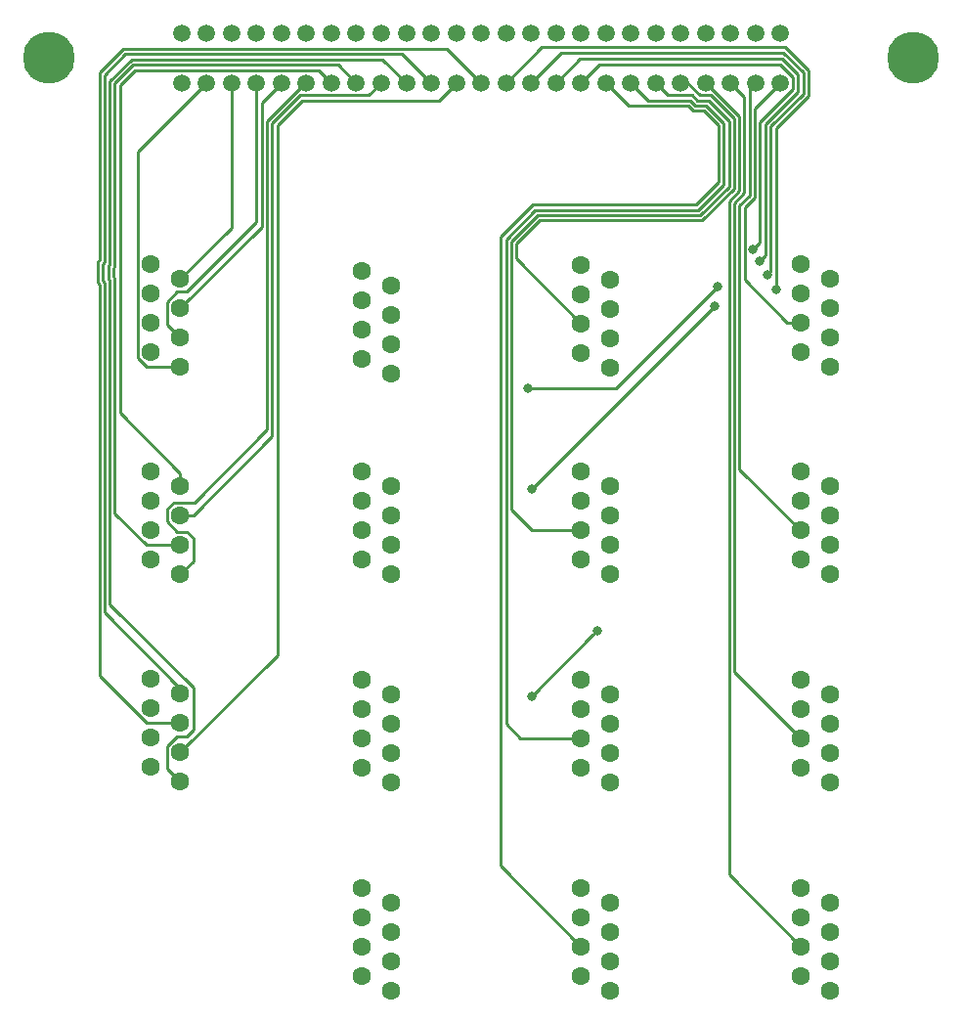
<source format=gbl>
%TF.GenerationSoftware,KiCad,Pcbnew,(6.0.11)*%
%TF.CreationDate,2024-04-14T00:07:34+01:00*%
%TF.ProjectId,RJ21_RJ45_PRIMARY_BREAKOUT,524a3231-5f52-44a3-9435-5f5052494d41,rev?*%
%TF.SameCoordinates,Original*%
%TF.FileFunction,Copper,L2,Bot*%
%TF.FilePolarity,Positive*%
%FSLAX46Y46*%
G04 Gerber Fmt 4.6, Leading zero omitted, Abs format (unit mm)*
G04 Created by KiCad (PCBNEW (6.0.11)) date 2024-04-14 00:07:34*
%MOMM*%
%LPD*%
G01*
G04 APERTURE LIST*
%TA.AperFunction,ComponentPad*%
%ADD10C,4.500000*%
%TD*%
%TA.AperFunction,ComponentPad*%
%ADD11C,1.500000*%
%TD*%
%TA.AperFunction,ComponentPad*%
%ADD12C,1.600000*%
%TD*%
%TA.AperFunction,ViaPad*%
%ADD13C,0.800000*%
%TD*%
%TA.AperFunction,Conductor*%
%ADD14C,0.250000*%
%TD*%
G04 APERTURE END LIST*
D10*
%TO.P,J17,*%
%TO.N,*%
X121514994Y-60954995D03*
X196364994Y-60954995D03*
D11*
%TO.P,J17,1,Pin_1*%
%TO.N,/L1-*%
X184860036Y-63100000D03*
%TO.P,J17,2,Pin_2*%
%TO.N,/L2-*%
X182700032Y-63100000D03*
%TO.P,J17,3,Pin_3*%
%TO.N,/L3-*%
X180540029Y-63100000D03*
%TO.P,J17,4,Pin_4*%
%TO.N,/L4-*%
X178380033Y-63100000D03*
%TO.P,J17,5,Pin_5*%
%TO.N,/L5-*%
X176220029Y-63100000D03*
%TO.P,J17,6,Pin_6*%
%TO.N,/L6-*%
X174060025Y-63100000D03*
%TO.P,J17,7,Pin_7*%
%TO.N,/L7-*%
X171900022Y-63100000D03*
%TO.P,J17,8,Pin_8*%
%TO.N,/L8-*%
X169740018Y-63100000D03*
%TO.P,J17,9,Pin_9*%
%TO.N,/L9-*%
X167580026Y-63100000D03*
%TO.P,J17,10,Pin_10*%
%TO.N,/L10-*%
X165420015Y-63100000D03*
%TO.P,J17,11,Pin_11*%
%TO.N,/L11-*%
X163260019Y-63100000D03*
%TO.P,J17,12,Pin_12*%
%TO.N,/L12-*%
X161100000Y-63100000D03*
%TO.P,J17,13,Pin_13*%
%TO.N,/L13-*%
X158939996Y-63100000D03*
%TO.P,J17,14,Pin_14*%
%TO.N,/L14-*%
X156779992Y-63100000D03*
%TO.P,J17,15,Pin_15*%
%TO.N,/L15-*%
X154619989Y-63100000D03*
%TO.P,J17,16,Pin_16*%
%TO.N,/L16-*%
X152459985Y-63100000D03*
%TO.P,J17,17,Pin_17*%
%TO.N,/L17-*%
X150299981Y-63100000D03*
%TO.P,J17,18,Pin_18*%
%TO.N,/L18-*%
X148139978Y-63100000D03*
%TO.P,J17,19,Pin_19*%
%TO.N,/L19-*%
X145979974Y-63100000D03*
%TO.P,J17,20,Pin_20*%
%TO.N,/L20-*%
X143819970Y-63100000D03*
%TO.P,J17,21,Pin_21*%
%TO.N,/L21-*%
X141659963Y-63100000D03*
%TO.P,J17,22,Pin_22*%
%TO.N,/L22-*%
X139499959Y-63100000D03*
%TO.P,J17,23,Pin_23*%
%TO.N,/L23-*%
X137339955Y-63100000D03*
%TO.P,J17,24,Pin_24*%
%TO.N,/L24-*%
X135179952Y-63100000D03*
%TO.P,J17,25,Pin_25*%
%TO.N,unconnected-(J17-Pad25)*%
X133019948Y-63100000D03*
%TO.P,J17,26,Pin_26*%
%TO.N,/L1+*%
X184860036Y-58809999D03*
%TO.P,J17,27,Pin_27*%
%TO.N,/L2+*%
X182700032Y-58809999D03*
%TO.P,J17,28,Pin_28*%
%TO.N,/L3+*%
X180540029Y-58809999D03*
%TO.P,J17,29,Pin_29*%
%TO.N,/L4+*%
X178380033Y-58809999D03*
%TO.P,J17,30,Pin_30*%
%TO.N,/L5+*%
X176220029Y-58809999D03*
%TO.P,J17,31,Pin_31*%
%TO.N,/L6+*%
X174060025Y-58809999D03*
%TO.P,J17,32,Pin_32*%
%TO.N,/L7+*%
X171900022Y-58809999D03*
%TO.P,J17,33,Pin_33*%
%TO.N,/L8+*%
X169740018Y-58809999D03*
%TO.P,J17,34,Pin_34*%
%TO.N,/L9+*%
X167580026Y-58809999D03*
%TO.P,J17,35,Pin_35*%
%TO.N,/L10+*%
X165420015Y-58809999D03*
%TO.P,J17,36,Pin_36*%
%TO.N,/L11+*%
X163260019Y-58809999D03*
%TO.P,J17,37,Pin_37*%
%TO.N,/L12+*%
X161100000Y-58809999D03*
%TO.P,J17,38,Pin_38*%
%TO.N,/L13+*%
X158939996Y-58809999D03*
%TO.P,J17,39,Pin_39*%
%TO.N,/L14+*%
X156779992Y-58809999D03*
%TO.P,J17,40,Pin_40*%
%TO.N,/L15+*%
X154619989Y-58809999D03*
%TO.P,J17,41,Pin_41*%
%TO.N,/L16+*%
X152459985Y-58809999D03*
%TO.P,J17,42,Pin_42*%
%TO.N,/L17+*%
X150299981Y-58809999D03*
%TO.P,J17,43,Pin_43*%
%TO.N,/L18+*%
X148139978Y-58809999D03*
%TO.P,J17,44,Pin_44*%
%TO.N,/L19+*%
X145979974Y-58809999D03*
%TO.P,J17,45,Pin_45*%
%TO.N,/L20+*%
X143819970Y-58809999D03*
%TO.P,J17,46,Pin_46*%
%TO.N,/L21+*%
X141659963Y-58809999D03*
%TO.P,J17,47,Pin_47*%
%TO.N,/L22+*%
X139499959Y-58809999D03*
%TO.P,J17,48,Pin_48*%
%TO.N,/L23+*%
X137339955Y-58809999D03*
%TO.P,J17,49,Pin_49*%
%TO.N,/L24+*%
X135179952Y-58809999D03*
%TO.P,J17,50,Pin_50*%
%TO.N,unconnected-(J17-Pad50)*%
X133019948Y-58809999D03*
%TD*%
D12*
%TO.P,J8,1*%
%TO.N,unconnected-(J8-Pad1)*%
X170150002Y-141660004D03*
%TO.P,J8,2*%
%TO.N,unconnected-(J8-Pad2)*%
X167610009Y-140390007D03*
%TO.P,J8,3*%
%TO.N,unconnected-(J8-Pad3)*%
X170150002Y-139120003D03*
%TO.P,J8,4*%
%TO.N,/L8-*%
X167610009Y-137850006D03*
%TO.P,J8,5*%
%TO.N,/L8+*%
X170150002Y-136580002D03*
%TO.P,J8,6*%
%TO.N,unconnected-(J8-Pad6)*%
X167610009Y-135310005D03*
%TO.P,J8,7*%
%TO.N,unconnected-(J8-Pad7)*%
X170150002Y-134040001D03*
%TO.P,J8,8*%
%TO.N,unconnected-(J8-Pad8)*%
X167610009Y-132770000D03*
%TD*%
%TO.P,J11,1*%
%TO.N,unconnected-(J11-Pad1)*%
X151150002Y-123660004D03*
%TO.P,J11,2*%
%TO.N,unconnected-(J11-Pad2)*%
X148610009Y-122390007D03*
%TO.P,J11,3*%
%TO.N,unconnected-(J11-Pad3)*%
X151150002Y-121120003D03*
%TO.P,J11,4*%
%TO.N,/L11-*%
X148610009Y-119850006D03*
%TO.P,J11,5*%
%TO.N,/L11+*%
X151150002Y-118580002D03*
%TO.P,J11,6*%
%TO.N,unconnected-(J11-Pad6)*%
X148610009Y-117310005D03*
%TO.P,J11,7*%
%TO.N,unconnected-(J11-Pad7)*%
X151150002Y-116040001D03*
%TO.P,J11,8*%
%TO.N,unconnected-(J11-Pad8)*%
X148610009Y-114770000D03*
%TD*%
%TO.P,J5,1*%
%TO.N,unconnected-(J5-Pad1)*%
X170150002Y-87730004D03*
%TO.P,J5,2*%
%TO.N,unconnected-(J5-Pad2)*%
X167610009Y-86460007D03*
%TO.P,J5,3*%
%TO.N,unconnected-(J5-Pad3)*%
X170150002Y-85190003D03*
%TO.P,J5,4*%
%TO.N,/L5-*%
X167610009Y-83920006D03*
%TO.P,J5,5*%
%TO.N,/L5+*%
X170150002Y-82650002D03*
%TO.P,J5,6*%
%TO.N,unconnected-(J5-Pad6)*%
X167610009Y-81380005D03*
%TO.P,J5,7*%
%TO.N,unconnected-(J5-Pad7)*%
X170150002Y-80110001D03*
%TO.P,J5,8*%
%TO.N,unconnected-(J5-Pad8)*%
X167610009Y-78840000D03*
%TD*%
%TO.P,J1,1*%
%TO.N,unconnected-(J1-Pad1)*%
X189150002Y-87660004D03*
%TO.P,J1,2*%
%TO.N,unconnected-(J1-Pad2)*%
X186610009Y-86390007D03*
%TO.P,J1,3*%
%TO.N,unconnected-(J1-Pad3)*%
X189150002Y-85120003D03*
%TO.P,J1,4*%
%TO.N,/L1-*%
X186610009Y-83850006D03*
%TO.P,J1,5*%
%TO.N,/L1+*%
X189150002Y-82580002D03*
%TO.P,J1,6*%
%TO.N,unconnected-(J1-Pad6)*%
X186610009Y-81310005D03*
%TO.P,J1,7*%
%TO.N,unconnected-(J1-Pad7)*%
X189150002Y-80040001D03*
%TO.P,J1,8*%
%TO.N,unconnected-(J1-Pad8)*%
X186610009Y-78770000D03*
%TD*%
%TO.P,J7,1*%
%TO.N,unconnected-(J7-Pad1)*%
X170150002Y-123660004D03*
%TO.P,J7,2*%
%TO.N,unconnected-(J7-Pad2)*%
X167610009Y-122390007D03*
%TO.P,J7,3*%
%TO.N,unconnected-(J7-Pad3)*%
X170150002Y-121120003D03*
%TO.P,J7,4*%
%TO.N,/L7-*%
X167610009Y-119850006D03*
%TO.P,J7,5*%
%TO.N,/L7+*%
X170150002Y-118580002D03*
%TO.P,J7,6*%
%TO.N,unconnected-(J7-Pad6)*%
X167610009Y-117310005D03*
%TO.P,J7,7*%
%TO.N,unconnected-(J7-Pad7)*%
X170150002Y-116040001D03*
%TO.P,J7,8*%
%TO.N,unconnected-(J7-Pad8)*%
X167610009Y-114770000D03*
%TD*%
%TO.P,J4,1*%
%TO.N,unconnected-(J4-Pad1)*%
X189150002Y-141660004D03*
%TO.P,J4,2*%
%TO.N,unconnected-(J4-Pad2)*%
X186610009Y-140390007D03*
%TO.P,J4,3*%
%TO.N,unconnected-(J4-Pad3)*%
X189150002Y-139120003D03*
%TO.P,J4,4*%
%TO.N,/L4-*%
X186610009Y-137850006D03*
%TO.P,J4,5*%
%TO.N,/L4+*%
X189150002Y-136580002D03*
%TO.P,J4,6*%
%TO.N,unconnected-(J4-Pad6)*%
X186610009Y-135310005D03*
%TO.P,J4,7*%
%TO.N,unconnected-(J4-Pad7)*%
X189150002Y-134040001D03*
%TO.P,J4,8*%
%TO.N,unconnected-(J4-Pad8)*%
X186610009Y-132770000D03*
%TD*%
%TO.P,J14,1*%
%TO.N,/L19+*%
X130349998Y-96722698D03*
%TO.P,J14,2*%
%TO.N,/L19-*%
X132889991Y-97992695D03*
%TO.P,J14,3*%
%TO.N,/L18+*%
X130349998Y-99262699D03*
%TO.P,J14,4*%
%TO.N,/L17-*%
X132889991Y-100532696D03*
%TO.P,J14,5*%
%TO.N,/L17+*%
X130349998Y-101802700D03*
%TO.P,J14,6*%
%TO.N,/L18-*%
X132889991Y-103072697D03*
%TO.P,J14,7*%
%TO.N,/L20+*%
X130349998Y-104342701D03*
%TO.P,J14,8*%
%TO.N,/L20-*%
X132889991Y-105612702D03*
%TD*%
%TO.P,J13,1*%
%TO.N,/L15+*%
X130349998Y-114722698D03*
%TO.P,J13,2*%
%TO.N,/L15-*%
X132889991Y-115992695D03*
%TO.P,J13,3*%
%TO.N,/L14+*%
X130349998Y-117262699D03*
%TO.P,J13,4*%
%TO.N,/L13-*%
X132889991Y-118532696D03*
%TO.P,J13,5*%
%TO.N,/L13+*%
X130349998Y-119802700D03*
%TO.P,J13,6*%
%TO.N,/L14-*%
X132889991Y-121072697D03*
%TO.P,J13,7*%
%TO.N,/L16+*%
X130349998Y-122342701D03*
%TO.P,J13,8*%
%TO.N,/L16-*%
X132889991Y-123612702D03*
%TD*%
%TO.P,J10,1*%
%TO.N,unconnected-(J10-Pad1)*%
X151150002Y-105660004D03*
%TO.P,J10,2*%
%TO.N,unconnected-(J10-Pad2)*%
X148610009Y-104390007D03*
%TO.P,J10,3*%
%TO.N,unconnected-(J10-Pad3)*%
X151150002Y-103120003D03*
%TO.P,J10,4*%
%TO.N,/L10-*%
X148610009Y-101850006D03*
%TO.P,J10,5*%
%TO.N,/L10+*%
X151150002Y-100580002D03*
%TO.P,J10,6*%
%TO.N,unconnected-(J10-Pad6)*%
X148610009Y-99310005D03*
%TO.P,J10,7*%
%TO.N,unconnected-(J10-Pad7)*%
X151150002Y-98040001D03*
%TO.P,J10,8*%
%TO.N,unconnected-(J10-Pad8)*%
X148610009Y-96770000D03*
%TD*%
%TO.P,J12,1*%
%TO.N,unconnected-(J12-Pad1)*%
X151150002Y-141660004D03*
%TO.P,J12,2*%
%TO.N,unconnected-(J12-Pad2)*%
X148610009Y-140390007D03*
%TO.P,J12,3*%
%TO.N,unconnected-(J12-Pad3)*%
X151150002Y-139120003D03*
%TO.P,J12,4*%
%TO.N,/L12-*%
X148610009Y-137850006D03*
%TO.P,J12,5*%
%TO.N,/L12+*%
X151150002Y-136580002D03*
%TO.P,J12,6*%
%TO.N,unconnected-(J12-Pad6)*%
X148610009Y-135310005D03*
%TO.P,J12,7*%
%TO.N,unconnected-(J12-Pad7)*%
X151150002Y-134040001D03*
%TO.P,J12,8*%
%TO.N,unconnected-(J12-Pad8)*%
X148610009Y-132770000D03*
%TD*%
%TO.P,J15,1*%
%TO.N,/L23+*%
X130349998Y-78792698D03*
%TO.P,J15,2*%
%TO.N,/L23-*%
X132889991Y-80062695D03*
%TO.P,J15,3*%
%TO.N,/L22+*%
X130349998Y-81332699D03*
%TO.P,J15,4*%
%TO.N,/L21-*%
X132889991Y-82602696D03*
%TO.P,J15,5*%
%TO.N,/L21+*%
X130349998Y-83872700D03*
%TO.P,J15,6*%
%TO.N,/L22-*%
X132889991Y-85142697D03*
%TO.P,J15,7*%
%TO.N,/L24+*%
X130349998Y-86412701D03*
%TO.P,J15,8*%
%TO.N,/L24-*%
X132889991Y-87682702D03*
%TD*%
%TO.P,J9,1*%
%TO.N,unconnected-(J9-Pad1)*%
X151150002Y-88288653D03*
%TO.P,J9,2*%
%TO.N,unconnected-(J9-Pad2)*%
X148610009Y-87018656D03*
%TO.P,J9,3*%
%TO.N,unconnected-(J9-Pad3)*%
X151150002Y-85748652D03*
%TO.P,J9,4*%
%TO.N,/L9-*%
X148610009Y-84478655D03*
%TO.P,J9,5*%
%TO.N,/L9+*%
X151150002Y-83208651D03*
%TO.P,J9,6*%
%TO.N,unconnected-(J9-Pad6)*%
X148610009Y-81938654D03*
%TO.P,J9,7*%
%TO.N,unconnected-(J9-Pad7)*%
X151150002Y-80668650D03*
%TO.P,J9,8*%
%TO.N,unconnected-(J9-Pad8)*%
X148610009Y-79398649D03*
%TD*%
%TO.P,J2,1*%
%TO.N,unconnected-(J2-Pad1)*%
X189150002Y-105660004D03*
%TO.P,J2,2*%
%TO.N,unconnected-(J2-Pad2)*%
X186610009Y-104390007D03*
%TO.P,J2,3*%
%TO.N,unconnected-(J2-Pad3)*%
X189150002Y-103120003D03*
%TO.P,J2,4*%
%TO.N,/L2-*%
X186610009Y-101850006D03*
%TO.P,J2,5*%
%TO.N,/L2+*%
X189150002Y-100580002D03*
%TO.P,J2,6*%
%TO.N,unconnected-(J2-Pad6)*%
X186610009Y-99310005D03*
%TO.P,J2,7*%
%TO.N,unconnected-(J2-Pad7)*%
X189150002Y-98040001D03*
%TO.P,J2,8*%
%TO.N,unconnected-(J2-Pad8)*%
X186610009Y-96770000D03*
%TD*%
%TO.P,J6,1*%
%TO.N,unconnected-(J6-Pad1)*%
X170150002Y-105660004D03*
%TO.P,J6,2*%
%TO.N,unconnected-(J6-Pad2)*%
X167610009Y-104390007D03*
%TO.P,J6,3*%
%TO.N,unconnected-(J6-Pad3)*%
X170150002Y-103120003D03*
%TO.P,J6,4*%
%TO.N,/L6-*%
X167610009Y-101850006D03*
%TO.P,J6,5*%
%TO.N,/L6+*%
X170150002Y-100580002D03*
%TO.P,J6,6*%
%TO.N,unconnected-(J6-Pad6)*%
X167610009Y-99310005D03*
%TO.P,J6,7*%
%TO.N,unconnected-(J6-Pad7)*%
X170150002Y-98040001D03*
%TO.P,J6,8*%
%TO.N,unconnected-(J6-Pad8)*%
X167610009Y-96770000D03*
%TD*%
%TO.P,J3,1*%
%TO.N,unconnected-(J3-Pad1)*%
X189150002Y-123660004D03*
%TO.P,J3,2*%
%TO.N,unconnected-(J3-Pad2)*%
X186610009Y-122390007D03*
%TO.P,J3,3*%
%TO.N,unconnected-(J3-Pad3)*%
X189150002Y-121120003D03*
%TO.P,J3,4*%
%TO.N,/L3-*%
X186610009Y-119850006D03*
%TO.P,J3,5*%
%TO.N,/L3+*%
X189150002Y-118580002D03*
%TO.P,J3,6*%
%TO.N,unconnected-(J3-Pad6)*%
X186610009Y-117310005D03*
%TO.P,J3,7*%
%TO.N,unconnected-(J3-Pad7)*%
X189150002Y-116040001D03*
%TO.P,J3,8*%
%TO.N,unconnected-(J3-Pad8)*%
X186610009Y-114770000D03*
%TD*%
D13*
%TO.N,/L9-*%
X179399990Y-80700000D03*
X182500000Y-77500000D03*
X163000000Y-89500000D03*
%TO.N,/L10-*%
X183049988Y-78558871D03*
X163300000Y-98300000D03*
X179199996Y-82400000D03*
%TO.N,/L11-*%
X163300002Y-116200000D03*
X183774990Y-79707115D03*
X169000000Y-110500000D03*
%TO.N,/L12-*%
X184500000Y-81000000D03*
%TD*%
D14*
%TO.N,/L1-*%
X184860036Y-63100000D02*
X182650077Y-65309959D01*
X182650077Y-65309959D02*
X182650077Y-73004800D01*
X181774998Y-73879879D02*
X181774998Y-80146365D01*
X181774998Y-80146365D02*
X185478639Y-83850006D01*
X182650077Y-73004800D02*
X181774998Y-73879879D01*
X185478639Y-83850006D02*
X186610009Y-83850006D01*
%TO.N,/L2-*%
X181324987Y-96564984D02*
X186610009Y-101850006D01*
X182200066Y-72818400D02*
X181324987Y-73693479D01*
X181324987Y-73693479D02*
X181324987Y-96564984D01*
X182700032Y-63100000D02*
X182200066Y-63599966D01*
X182200066Y-63599966D02*
X182200066Y-72818400D01*
%TO.N,/L3-*%
X181750055Y-72632000D02*
X180874976Y-73507079D01*
X186610009Y-119850006D02*
X180874976Y-114114973D01*
X180874976Y-73507079D02*
X180874976Y-114114973D01*
X180540029Y-63100000D02*
X181750055Y-64310026D01*
X181750055Y-64310026D02*
X181750055Y-72632000D01*
%TO.N,/L4-*%
X180400044Y-73345600D02*
X180400044Y-131640041D01*
X180400044Y-131640041D02*
X186610009Y-137850006D01*
X181300044Y-72445600D02*
X180400044Y-73345600D01*
X178380033Y-63100000D02*
X181300044Y-66020011D01*
X181300044Y-66020011D02*
X181300044Y-72445600D01*
%TO.N,/L5-*%
X177864032Y-64175001D02*
X178818626Y-64175001D01*
X176220029Y-63100000D02*
X176789031Y-63100000D01*
X164000000Y-75000000D02*
X162000002Y-76999998D01*
X178818626Y-64175001D02*
X180850033Y-66206408D01*
X162000002Y-78309999D02*
X167610009Y-83920006D01*
X178109233Y-75000000D02*
X164000000Y-75000000D01*
X180850033Y-66206408D02*
X180850033Y-72259200D01*
X162000002Y-76999998D02*
X162000002Y-78309999D01*
X180850033Y-72259200D02*
X178109233Y-75000000D01*
X176789031Y-63100000D02*
X177864032Y-64175001D01*
%TO.N,/L6-*%
X177677632Y-64625012D02*
X178632226Y-64625012D01*
X180400022Y-72072800D02*
X177922833Y-74549989D01*
X180400022Y-66392808D02*
X180400022Y-72072800D01*
X177227626Y-64175005D02*
X177677632Y-64625012D01*
X161549991Y-100049991D02*
X163350006Y-101850006D01*
X163813600Y-74549989D02*
X161549991Y-76813598D01*
X177922833Y-74549989D02*
X163813600Y-74549989D01*
X161549991Y-76813598D02*
X161549991Y-100049991D01*
X178632226Y-64625012D02*
X180400022Y-66392808D01*
X163350006Y-101850006D02*
X167610009Y-101850006D01*
X174060025Y-63100000D02*
X175135030Y-64175005D01*
X175135030Y-64175005D02*
X177227626Y-64175005D01*
%TO.N,/L7-*%
X161099980Y-76627198D02*
X161099980Y-118599980D01*
X179950011Y-71886400D02*
X177736433Y-74099978D01*
X162350006Y-119850006D02*
X167610009Y-119850006D01*
X178445826Y-65075023D02*
X179950011Y-66579208D01*
X177041226Y-64625016D02*
X177491232Y-65075023D01*
X179950011Y-66579208D02*
X179950011Y-71886400D01*
X163627200Y-74099978D02*
X161099980Y-76627198D01*
X171900022Y-63100000D02*
X173425038Y-64625016D01*
X177736433Y-74099978D02*
X163627200Y-74099978D01*
X177491232Y-65075023D02*
X178445826Y-65075023D01*
X173425038Y-64625016D02*
X177041226Y-64625016D01*
X161099980Y-118599980D02*
X162350006Y-119850006D01*
%TO.N,/L8-*%
X169740018Y-63100000D02*
X171715045Y-65075027D01*
X178225035Y-65525034D02*
X179500000Y-66800000D01*
X179500000Y-71700000D02*
X177550033Y-73649967D01*
X179500000Y-66800000D02*
X179500000Y-71700000D01*
X177550033Y-73649967D02*
X163440800Y-73649967D01*
X160649969Y-76440798D02*
X160649969Y-130889966D01*
X177304832Y-65525034D02*
X178225035Y-65525034D01*
X171715045Y-65075027D02*
X176854826Y-65075027D01*
X160649969Y-130889966D02*
X167610009Y-137850006D01*
X163440800Y-73649967D02*
X160649969Y-76440798D01*
X176854826Y-65075027D02*
X177304832Y-65525034D01*
%TO.N,/L9-*%
X185935037Y-63646671D02*
X183100088Y-66481620D01*
X183100088Y-76899912D02*
X182500000Y-77500000D01*
X169180026Y-61500000D02*
X184851038Y-61500000D01*
X170599990Y-89500000D02*
X179399990Y-80700000D01*
X185935037Y-62583999D02*
X185935037Y-63646671D01*
X184851038Y-61500000D02*
X185935037Y-62583999D01*
X183100088Y-66481620D02*
X183100088Y-76899912D01*
X163000000Y-89500000D02*
X170599990Y-89500000D01*
X167580026Y-63100000D02*
X169180026Y-61500000D01*
%TO.N,/L10-*%
X186385042Y-62397596D02*
X186385042Y-63842138D01*
X184987446Y-61000000D02*
X186385042Y-62397596D01*
X179199996Y-82400000D02*
X163300000Y-98299996D01*
X167520015Y-61000000D02*
X184987446Y-61000000D01*
X183550099Y-78058760D02*
X183049988Y-78558871D01*
X186385042Y-63842138D02*
X183550099Y-66677081D01*
X165420015Y-63100000D02*
X167520015Y-61000000D01*
X183550099Y-66677081D02*
X183550099Y-78058760D01*
X163300000Y-98299996D02*
X163300000Y-98300000D01*
%TO.N,/L11-*%
X168600001Y-110900001D02*
X163300002Y-116200000D01*
X184000110Y-79481995D02*
X183774990Y-79707115D01*
X163260019Y-63100000D02*
X165860019Y-60500000D01*
X169000000Y-110500000D02*
X168600001Y-110900001D01*
X186835053Y-62211195D02*
X186835053Y-64028538D01*
X184000110Y-66863481D02*
X184000110Y-79481995D01*
X185123858Y-60500000D02*
X186835053Y-62211195D01*
X186835053Y-64028538D02*
X184000110Y-66863481D01*
X165860019Y-60500000D02*
X185123858Y-60500000D01*
%TO.N,/L12-*%
X168000000Y-60000000D02*
X170500000Y-60000000D01*
X187285064Y-62024802D02*
X187285064Y-64214936D01*
X187285064Y-64214936D02*
X184500000Y-67000000D01*
X170500000Y-60000000D02*
X185260270Y-60000000D01*
X184500000Y-67000000D02*
X184500000Y-81000000D01*
X185260270Y-60000000D02*
X187285064Y-62024802D01*
X164200000Y-60000000D02*
X168000000Y-60000000D01*
X161100000Y-63100000D02*
X164200000Y-60000000D01*
%TO.N,/L16-*%
X128677189Y-61049989D02*
X126775023Y-62952155D01*
X133429992Y-119657697D02*
X132639989Y-119657697D01*
X126775023Y-108212725D02*
X134014992Y-115452694D01*
X152459985Y-63100000D02*
X150409974Y-61049989D01*
X126649969Y-80059201D02*
X126775023Y-80184255D01*
X131764990Y-122487701D02*
X132889991Y-123612702D01*
X126775023Y-62952155D02*
X126775023Y-78815745D01*
X150409974Y-61049989D02*
X128677189Y-61049989D01*
X134014992Y-115452694D02*
X134014992Y-119072697D01*
X126649969Y-78940799D02*
X126649969Y-80059201D01*
X131764990Y-120532696D02*
X131764990Y-122487701D01*
X134014992Y-119072697D02*
X133429992Y-119657697D01*
X126775023Y-78815745D02*
X126649969Y-78940799D01*
X132639989Y-119657697D02*
X131764990Y-120532696D01*
X126775023Y-80184255D02*
X126775023Y-108212725D01*
%TO.N,/L14-*%
X143474988Y-64625012D02*
X141300003Y-66799997D01*
X155254980Y-64625012D02*
X143474988Y-64625012D01*
X141300003Y-112662685D02*
X132889991Y-121072697D01*
X141300003Y-66799997D02*
X141300003Y-112662685D01*
X156779992Y-63100000D02*
X155254980Y-64625012D01*
%TO.N,/L13-*%
X127940800Y-60149967D02*
X125875001Y-62215766D01*
X125875001Y-114452704D02*
X129954993Y-118532696D01*
X125875001Y-80557055D02*
X125875001Y-114452704D01*
X125875001Y-78442945D02*
X125749947Y-78567999D01*
X125749947Y-78567999D02*
X125749947Y-80432001D01*
X158939996Y-63100000D02*
X155989963Y-60149967D01*
X125875001Y-62215766D02*
X125875001Y-78442945D01*
X129954993Y-118532696D02*
X132889991Y-118532696D01*
X155989963Y-60149967D02*
X127940800Y-60149967D01*
X125749947Y-80432001D02*
X125875001Y-80557055D01*
%TO.N,/L15-*%
X128127200Y-60599978D02*
X126325012Y-62402166D01*
X126325012Y-108961422D02*
X132889991Y-115526401D01*
X152119967Y-60599978D02*
X128127200Y-60599978D01*
X132889991Y-115526401D02*
X132889991Y-115992695D01*
X154619989Y-63100000D02*
X152119967Y-60599978D01*
X126325012Y-78629345D02*
X126199958Y-78754399D01*
X126325012Y-62402166D02*
X126325012Y-78629345D01*
X126325012Y-80370655D02*
X126325012Y-108961422D01*
X126199958Y-80245601D02*
X126325012Y-80370655D01*
X126199958Y-78754399D02*
X126199958Y-80245601D01*
%TO.N,/L19-*%
X144879974Y-62000000D02*
X129000000Y-62000000D01*
X127675045Y-91646379D02*
X132889991Y-96861325D01*
X129000000Y-62000000D02*
X127675045Y-63324955D01*
X132889991Y-96861325D02*
X132889991Y-97992695D01*
X127675045Y-63324955D02*
X127675045Y-91646379D01*
X145979974Y-63100000D02*
X144879974Y-62000000D01*
%TO.N,/L17-*%
X134021361Y-100532696D02*
X132889991Y-100532696D01*
X150299981Y-63100000D02*
X149224980Y-64175001D01*
X140849992Y-66613597D02*
X140849992Y-93704065D01*
X149224980Y-64175001D02*
X143288588Y-64175001D01*
X140849992Y-93704065D02*
X134021361Y-100532696D01*
X143288588Y-64175001D02*
X140849992Y-66613597D01*
%TO.N,/L18-*%
X127225034Y-79002145D02*
X127099980Y-79127199D01*
X127099980Y-79872801D02*
X127225034Y-79997855D01*
X127225034Y-79997855D02*
X127225034Y-100342738D01*
X148139978Y-63100000D02*
X146589967Y-61549989D01*
X127225034Y-100342738D02*
X129954993Y-103072697D01*
X129954993Y-103072697D02*
X132889991Y-103072697D01*
X127225034Y-63138555D02*
X127225034Y-79002145D01*
X127099980Y-79127199D02*
X127099980Y-79872801D01*
X128813600Y-61549989D02*
X127225034Y-63138555D01*
X146589967Y-61549989D02*
X128813600Y-61549989D01*
%TO.N,/L20-*%
X131764990Y-101072697D02*
X132639989Y-101947696D01*
X134014992Y-102532696D02*
X134014992Y-104487701D01*
X134092304Y-99407695D02*
X132349990Y-99407695D01*
X133429992Y-101947696D02*
X134014992Y-102532696D01*
X140399981Y-66427197D02*
X140399981Y-93100018D01*
X134014992Y-104487701D02*
X132889991Y-105612702D01*
X132349990Y-99407695D02*
X131764990Y-99992695D01*
X143727178Y-63100000D02*
X140399981Y-66427197D01*
X131764990Y-99992695D02*
X131764990Y-101072697D01*
X143819970Y-63100000D02*
X143727178Y-63100000D01*
X132639989Y-101947696D02*
X133429992Y-101947696D01*
X140399981Y-93100018D02*
X134092304Y-99407695D01*
%TO.N,/L24-*%
X135179952Y-63100000D02*
X129224997Y-69054955D01*
X129224997Y-86952702D02*
X129954997Y-87682702D01*
X129224997Y-69054955D02*
X129224997Y-86952702D01*
X129954997Y-87682702D02*
X132889991Y-87682702D01*
%TO.N,/L22-*%
X139499959Y-63100000D02*
X139499959Y-75117729D01*
X133429992Y-81187696D02*
X132639989Y-81187696D01*
X139499959Y-75117729D02*
X133429992Y-81187696D01*
X131764990Y-82062695D02*
X131764990Y-84017696D01*
X132639989Y-81187696D02*
X131764990Y-82062695D01*
X131764990Y-84017696D02*
X132889991Y-85142697D01*
%TO.N,/L21-*%
X139949970Y-75542717D02*
X132889991Y-82602696D01*
X139949970Y-64809993D02*
X139949970Y-75542717D01*
X141659963Y-63100000D02*
X139949970Y-64809993D01*
%TO.N,/L23-*%
X137339955Y-75612731D02*
X132889991Y-80062695D01*
X137339955Y-63100000D02*
X137339955Y-75612731D01*
%TD*%
M02*

</source>
